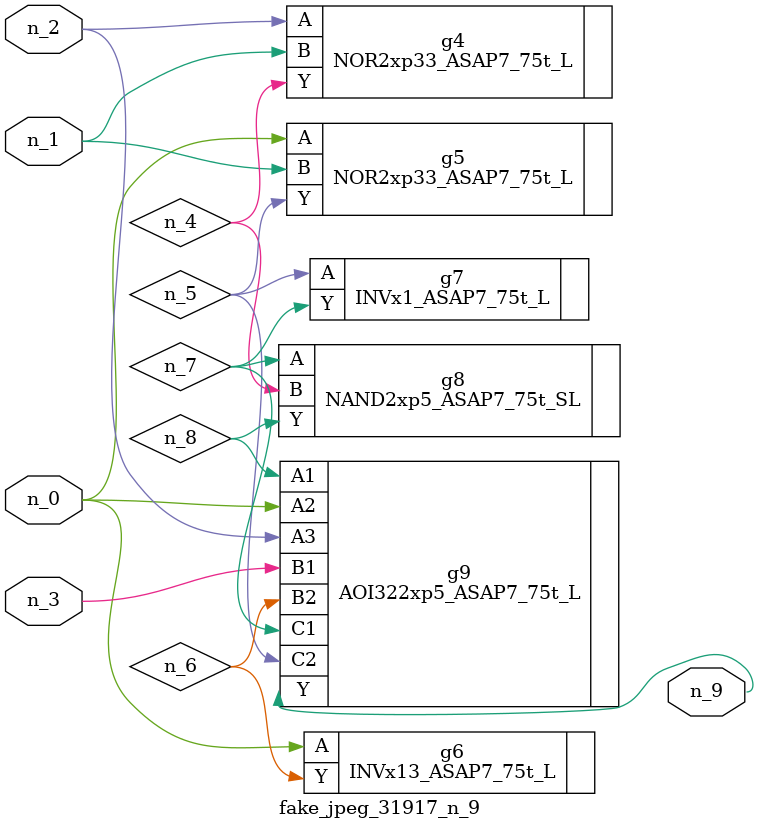
<source format=v>
module fake_jpeg_31917_n_9 (n_0, n_3, n_2, n_1, n_9);

input n_0;
input n_3;
input n_2;
input n_1;

output n_9;

wire n_4;
wire n_8;
wire n_6;
wire n_5;
wire n_7;

NOR2xp33_ASAP7_75t_L g4 ( 
.A(n_2),
.B(n_1),
.Y(n_4)
);

NOR2xp33_ASAP7_75t_L g5 ( 
.A(n_0),
.B(n_1),
.Y(n_5)
);

INVx13_ASAP7_75t_L g6 ( 
.A(n_0),
.Y(n_6)
);

INVx1_ASAP7_75t_L g7 ( 
.A(n_5),
.Y(n_7)
);

NAND2xp5_ASAP7_75t_SL g8 ( 
.A(n_7),
.B(n_4),
.Y(n_8)
);

AOI322xp5_ASAP7_75t_L g9 ( 
.A1(n_8),
.A2(n_0),
.A3(n_2),
.B1(n_3),
.B2(n_6),
.C1(n_7),
.C2(n_5),
.Y(n_9)
);


endmodule
</source>
